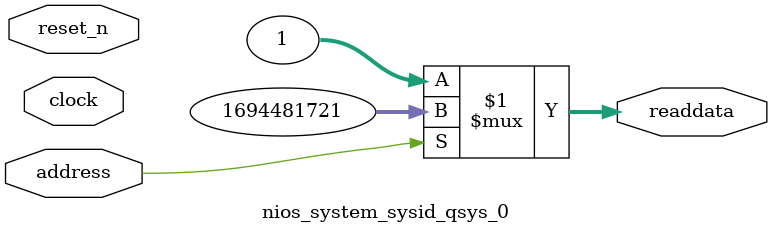
<source format=v>



// synthesis translate_off
`timescale 1ns / 1ps
// synthesis translate_on

// turn off superfluous verilog processor warnings 
// altera message_level Level1 
// altera message_off 10034 10035 10036 10037 10230 10240 10030 

module nios_system_sysid_qsys_0 (
               // inputs:
                address,
                clock,
                reset_n,

               // outputs:
                readdata
             )
;

  output  [ 31: 0] readdata;
  input            address;
  input            clock;
  input            reset_n;

  wire    [ 31: 0] readdata;
  //control_slave, which is an e_avalon_slave
  assign readdata = address ? 1694481721 : 1;

endmodule



</source>
